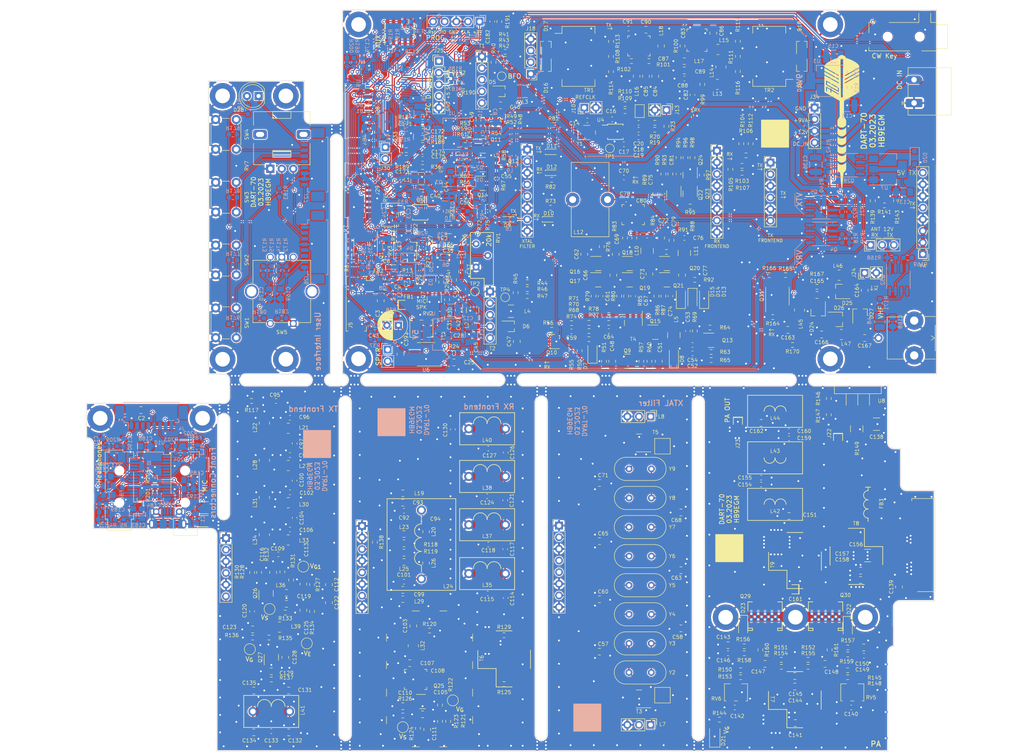
<source format=kicad_pcb>
(kicad_pcb (version 20211014) (generator pcbnew)

  (general
    (thickness 1.6)
  )

  (paper "A4")
  (title_block
    (title "DART-70 TRX")
    (date "2023-03-09")
    (rev "0")
    (company "HB9EGM")
  )

  (layers
    (0 "F.Cu" signal)
    (31 "B.Cu" signal)
    (32 "B.Adhes" user "B.Adhesive")
    (33 "F.Adhes" user "F.Adhesive")
    (34 "B.Paste" user)
    (35 "F.Paste" user)
    (36 "B.SilkS" user "B.Silkscreen")
    (37 "F.SilkS" user "F.Silkscreen")
    (38 "B.Mask" user)
    (39 "F.Mask" user)
    (40 "Dwgs.User" user "User.Drawings")
    (41 "Cmts.User" user "User.Comments")
    (42 "Eco1.User" user "User.Eco1")
    (43 "Eco2.User" user "User.Eco2")
    (44 "Edge.Cuts" user)
    (45 "Margin" user "Edge.Cuts.Setback")
    (46 "B.CrtYd" user "B.Courtyard")
    (47 "F.CrtYd" user "F.Courtyard")
    (48 "B.Fab" user)
    (49 "F.Fab" user)
    (50 "User.1" user "Milling")
    (51 "User.2" user)
    (52 "User.3" user)
    (53 "User.4" user)
    (54 "User.5" user)
    (55 "User.6" user)
    (56 "User.7" user)
    (57 "User.8" user)
    (58 "User.9" user)
  )

  (setup
    (stackup
      (layer "F.SilkS" (type "Top Silk Screen"))
      (layer "F.Paste" (type "Top Solder Paste"))
      (layer "F.Mask" (type "Top Solder Mask") (thickness 0.01))
      (layer "F.Cu" (type "copper") (thickness 0.035))
      (layer "dielectric 1" (type "core") (thickness 1.51) (material "FR4") (epsilon_r 4.5) (loss_tangent 0.02))
      (layer "B.Cu" (type "copper") (thickness 0.035))
      (layer "B.Mask" (type "Bottom Solder Mask") (thickness 0.01))
      (layer "B.Paste" (type "Bottom Solder Paste"))
      (layer "B.SilkS" (type "Bottom Silk Screen"))
      (copper_finish "None")
      (dielectric_constraints no)
    )
    (pad_to_mask_clearance 0)
    (pcbplotparams
      (layerselection 0x0000130_ffffffff)
      (disableapertmacros false)
      (usegerberextensions false)
      (usegerberattributes true)
      (usegerberadvancedattributes true)
      (creategerberjobfile true)
      (svguseinch false)
      (svgprecision 6)
      (excludeedgelayer true)
      (plotframeref false)
      (viasonmask false)
      (mode 1)
      (useauxorigin false)
      (hpglpennumber 1)
      (hpglpenspeed 20)
      (hpglpendiameter 15.000000)
      (dxfpolygonmode true)
      (dxfimperialunits true)
      (dxfusepcbnewfont true)
      (psnegative false)
      (psa4output false)
      (plotreference true)
      (plotvalue true)
      (plotinvisibletext false)
      (sketchpadsonfab false)
      (subtractmaskfromsilk false)
      (outputformat 5)
      (mirror false)
      (drillshape 0)
      (scaleselection 1)
      (outputdirectory "out")
    )
  )

  (net 0 "")
  (net 1 "+12V")
  (net 2 "GND")
  (net 3 "Net-(C1-Pad1)")
  (net 4 "Net-(C3-Pad1)")
  (net 5 "+9VA")
  (net 6 "/MIC")
  (net 7 "Net-(C6-Pad2)")
  (net 8 "+5VA")
  (net 9 "Net-(C1-Pad2)")
  (net 10 "Net-(C2-Pad2)")
  (net 11 "Net-(C4-Pad1)")
  (net 12 "Net-(C14-Pad1)")
  (net 13 "Net-(C14-Pad2)")
  (net 14 "Net-(C15-Pad1)")
  (net 15 "/BFO")
  (net 16 "Net-(C5-Pad1)")
  (net 17 "Net-(C5-Pad2)")
  (net 18 "Net-(C9-Pad2)")
  (net 19 "/Antenna Switch/TX")
  (net 20 "Net-(C18-Pad1)")
  (net 21 "Net-(C18-Pad2)")
  (net 22 "Net-(C19-Pad1)")
  (net 23 "Net-(C21-Pad1)")
  (net 24 "Net-(C20-Pad1)")
  (net 25 "Net-(C20-Pad2)")
  (net 26 "Net-(C22-Pad1)")
  (net 27 "Net-(C23-Pad1)")
  (net 28 "Net-(C23-Pad2)")
  (net 29 "Net-(C25-Pad1)")
  (net 30 "Net-(C21-Pad2)")
  (net 31 "Net-(C26-Pad1)")
  (net 32 "Net-(C22-Pad2)")
  (net 33 "Net-(C26-Pad2)")
  (net 34 "Net-(C28-Pad1)")
  (net 35 "+VRX")
  (net 36 "Net-(C31-Pad1)")
  (net 37 "Net-(C33-Pad1)")
  (net 38 "/Baseband/VAGC")
  (net 39 "Net-(C28-Pad2)")
  (net 40 "Net-(C39-Pad1)")
  (net 41 "Net-(C29-Pad1)")
  (net 42 "Net-(C40-Pad2)")
  (net 43 "Net-(C41-Pad2)")
  (net 44 "Net-(C34-Pad1)")
  (net 45 "/Baseband/SPKR_OUT")
  (net 46 "Net-(C35-Pad1)")
  (net 47 "Net-(C44-Pad2)")
  (net 48 "Net-(C40-Pad1)")
  (net 49 "Net-(C45-Pad2)")
  (net 50 "Net-(C46-Pad1)")
  (net 51 "Net-(C46-Pad2)")
  (net 52 "Net-(C47-Pad1)")
  (net 53 "Net-(C47-Pad2)")
  (net 54 "Net-(C48-Pad1)")
  (net 55 "Net-(C48-Pad2)")
  (net 56 "Net-(C49-Pad1)")
  (net 57 "Net-(C49-Pad2)")
  (net 58 "Net-(C50-Pad1)")
  (net 59 "Net-(C42-Pad2)")
  (net 60 "Net-(C43-Pad1)")
  (net 61 "Net-(C53-Pad1)")
  (net 62 "Net-(C50-Pad2)")
  (net 63 "Net-(C54-Pad2)")
  (net 64 "Net-(C51-Pad1)")
  (net 65 "Net-(C55-Pad2)")
  (net 66 "Net-(C56-Pad2)")
  (net 67 "Net-(C57-Pad2)")
  (net 68 "Net-(C52-Pad2)")
  (net 69 "Net-(C54-Pad1)")
  (net 70 "Net-(C60-Pad2)")
  (net 71 "Net-(C56-Pad1)")
  (net 72 "Net-(C58-Pad2)")
  (net 73 "Net-(C63-Pad2)")
  (net 74 "Net-(C64-Pad2)")
  (net 75 "Net-(C59-Pad1)")
  (net 76 "Net-(C65-Pad2)")
  (net 77 "Net-(C66-Pad2)")
  (net 78 "Net-(C67-Pad2)")
  (net 79 "Net-(C61-Pad2)")
  (net 80 "Net-(C69-Pad1)")
  (net 81 "Net-(C62-Pad1)")
  (net 82 "Net-(C70-Pad2)")
  (net 83 "Net-(C71-Pad2)")
  (net 84 "Net-(C66-Pad1)")
  (net 85 "Net-(C72-Pad2)")
  (net 86 "Net-(C73-Pad2)")
  (net 87 "Net-(C74-Pad2)")
  (net 88 "Net-(C75-Pad2)")
  (net 89 "Net-(C68-Pad2)")
  (net 90 "Net-(C76-Pad2)")
  (net 91 "Net-(C70-Pad1)")
  (net 92 "Net-(C73-Pad1)")
  (net 93 "Net-(C77-Pad1)")
  (net 94 "Net-(C81-Pad1)")
  (net 95 "Net-(C81-Pad2)")
  (net 96 "Net-(C82-Pad1)")
  (net 97 "Net-(C82-Pad2)")
  (net 98 "Net-(C83-Pad2)")
  (net 99 "Net-(C77-Pad2)")
  (net 100 "Net-(C79-Pad1)")
  (net 101 "Net-(C87-Pad2)")
  (net 102 "Net-(C83-Pad1)")
  (net 103 "/70MHz VHF Frontend/VHF_RX")
  (net 104 "/70MHz VHF Frontend/TX_FROM_MIX")
  (net 105 "Net-(C84-Pad2)")
  (net 106 "Net-(C87-Pad1)")
  (net 107 "Net-(C88-Pad2)")
  (net 108 "Net-(C101-Pad2)")
  (net 109 "Net-(C91-Pad2)")
  (net 110 "Net-(C94-Pad1)")
  (net 111 "Net-(C95-Pad2)")
  (net 112 "Net-(C109-Pad2)")
  (net 113 "/70MHz VHF Frontend/+VTX_FE")
  (net 114 "Net-(C111-Pad2)")
  (net 115 "Net-(C103-Pad2)")
  (net 116 "Net-(C104-Pad1)")
  (net 117 "Net-(C114-Pad2)")
  (net 118 "Net-(C105-Pad2)")
  (net 119 "Net-(C110-Pad1)")
  (net 120 "Net-(C120-Pad1)")
  (net 121 "Net-(C120-Pad2)")
  (net 122 "Net-(C121-Pad1)")
  (net 123 "Net-(C125-Pad2)")
  (net 124 "Net-(C126-Pad1)")
  (net 125 "Net-(C128-Pad1)")
  (net 126 "Net-(C128-Pad2)")
  (net 127 "Net-(C129-Pad1)")
  (net 128 "/70MHz VHF Frontend/RX_TO_MIX")
  (net 129 "/70MHz VHF Frontend/VHF_TX")
  (net 130 "Net-(C113-Pad2)")
  (net 131 "VGG1")
  (net 132 "Net-(C114-Pad1)")
  (net 133 "Net-(C116-Pad2)")
  (net 134 "Net-(C117-Pad2)")
  (net 135 "Net-(C119-Pad2)")
  (net 136 "Net-(C144-Pad1)")
  (net 137 "Net-(C144-Pad2)")
  (net 138 "VGG2")
  (net 139 "+3V3")
  (net 140 "/PA 70MHz/VG_5V")
  (net 141 "Net-(C138-Pad1)")
  (net 142 "Net-(C139-Pad1)")
  (net 143 "Net-(C159-Pad2)")
  (net 144 "/Control on separate board/ENC_B")
  (net 145 "/Control on separate board/ENC_A")
  (net 146 "/Control on separate board/3.3V_UI")
  (net 147 "Net-(C139-Pad2)")
  (net 148 "Net-(C171-Pad1)")
  (net 149 "Net-(C172-Pad1)")
  (net 150 "Net-(C147-Pad1)")
  (net 151 "Net-(C148-Pad1)")
  (net 152 "Net-(C151-Pad2)")
  (net 153 "Net-(C165-Pad1)")
  (net 154 "Net-(C154-Pad2)")
  (net 155 "Net-(D5-Pad1)")
  (net 156 "Net-(D5-Pad2)")
  (net 157 "Net-(D6-Pad1)")
  (net 158 "Net-(D6-Pad2)")
  (net 159 "Net-(D7-Pad2)")
  (net 160 "Net-(D8-Pad2)")
  (net 161 "Net-(C153-Pad2)")
  (net 162 "Net-(D10-Pad1)")
  (net 163 "Net-(D9-Pad2)")
  (net 164 "Net-(D11-Pad1)")
  (net 165 "Net-(D10-Pad2)")
  (net 166 "Net-(D13-Pad2)")
  (net 167 "Net-(D14-Pad2)")
  (net 168 "Net-(D15-Pad2)")
  (net 169 "Net-(D16-Pad1)")
  (net 170 "Net-(D16-Pad2)")
  (net 171 "Net-(D16-Pad3)")
  (net 172 "Net-(D17-Pad3)")
  (net 173 "Net-(D18-Pad1)")
  (net 174 "Net-(D18-Pad2)")
  (net 175 "Net-(D18-Pad3)")
  (net 176 "Net-(D19-Pad3)")
  (net 177 "Net-(C152-Pad2)")
  (net 178 "Net-(D21-Pad2)")
  (net 179 "/Control on separate board/STATUSn")
  (net 180 "Net-(D23-Pad2)")
  (net 181 "Net-(FB1-Pad2)")
  (net 182 "Net-(C164-Pad1)")
  (net 183 "Net-(C30-Pad2)")
  (net 184 "Net-(C166-Pad1)")
  (net 185 "Net-(C167-Pad2)")
  (net 186 "Net-(C168-Pad2)")
  (net 187 "Net-(C169-Pad2)")
  (net 188 "Net-(C170-Pad1)")
  (net 189 "/CW_RING")
  (net 190 "/CW_TIP")
  (net 191 "Net-(C173-Pad1)")
  (net 192 "Net-(C30-Pad1)")
  (net 193 "Net-(C174-Pad1)")
  (net 194 "/Baseband/SPKR_DET")
  (net 195 "Net-(C180-Pad2)")
  (net 196 "Net-(C188-Pad2)")
  (net 197 "Net-(C189-Pad2)")
  (net 198 "Net-(D20-Pad1)")
  (net 199 "unconnected-(D26-Pad2)")
  (net 200 "/Baseband/GPIO_XTAL")
  (net 201 "/EN_VRX")
  (net 202 "/EN_VTX")
  (net 203 "Net-(D28-Pad1)")
  (net 204 "/Baseband/CW_KEYn")
  (net 205 "/Baseband/CW_TONE")
  (net 206 "/MIC_PTT")
  (net 207 "/Baseband/SPKR_VOL")
  (net 208 "/MUTE_MICn")
  (net 209 "/SDA")
  (net 210 "/SCL")
  (net 211 "/S_METER")
  (net 212 "/Baseband/VHF_IN")
  (net 213 "/Baseband/VHF_OUT")
  (net 214 "/CLK1")
  (net 215 "unconnected-(D27-Pad2)")
  (net 216 "+VTX")
  (net 217 "Net-(D28-Pad2)")
  (net 218 "unconnected-(J2-PadNC)")
  (net 219 "unconnected-(J2-PadR1)")
  (net 220 "Net-(J2-PadT)")
  (net 221 "/Control on separate board/DISP_LAT")
  (net 222 "/Control on separate board/I2C2_SDA")
  (net 223 "/Control on separate board/I2C2_SCL")
  (net 224 "/Control on separate board/PC14")
  (net 225 "/Control on separate board/PC13")
  (net 226 "unconnected-(J2-PadTN)")
  (net 227 "/Control on separate board/USART1_TX")
  (net 228 "/Control on separate board/USART1_RX")
  (net 229 "/Control on separate board/PB15")
  (net 230 "/Control on separate board/SWCLK")
  (net 231 "/Control on separate board/SWDIO")
  (net 232 "/Control on separate board/RESETn")
  (net 233 "/LO1")
  (net 234 "Net-(L14-Pad1)")
  (net 235 "Net-(J3-PadR)")
  (net 236 "Net-(J3-PadTN)")
  (net 237 "Net-(L21-Pad2)")
  (net 238 "Net-(L23-Pad2)")
  (net 239 "Net-(L25-Pad2)")
  (net 240 "Net-(Q1-Pad2)")
  (net 241 "Net-(J5-Pad4)")
  (net 242 "unconnected-(J8-PadTN)")
  (net 243 "Net-(J15-Pad2)")
  (net 244 "Net-(J17-Pad2)")
  (net 245 "unconnected-(J17-Pad4)")
  (net 246 "unconnected-(J17-Pad5)")
  (net 247 "Net-(J17-Pad7)")
  (net 248 "Net-(J20-Pad5)")
  (net 249 "Net-(Q13-Pad1)")
  (net 250 "Net-(J22-Pad1)")
  (net 251 "Net-(J26-Pad2)")
  (net 252 "Net-(Q16-Pad2)")
  (net 253 "Net-(Q18-Pad2)")
  (net 254 "Net-(J26-Pad3)")
  (net 255 "Net-(J26-Pad5)")
  (net 256 "Net-(Q23-Pad1)")
  (net 257 "Net-(J27-Pad2)")
  (net 258 "/70MHz VHF Frontend/+VRX_FE")
  (net 259 "Net-(J27-Pad3)")
  (net 260 "Net-(J27-Pad4)")
  (net 261 "Net-(J27-Pad5)")
  (net 262 "Net-(J33-Pad1)")
  (net 263 "Net-(J33-Pad4)")
  (net 264 "Net-(R31-Pad2)")
  (net 265 "Net-(L13-Pad1)")
  (net 266 "Net-(L18-Pad1)")
  (net 267 "Net-(L20-Pad2)")
  (net 268 "Net-(L30-Pad2)")
  (net 269 "Net-(L33-Pad2)")
  (net 270 "Net-(Q2-Pad1)")
  (net 271 "Net-(Q3-Pad1)")
  (net 272 "Net-(Q4-Pad4)")
  (net 273 "Net-(Q5-Pad4)")
  (net 274 "Net-(Q8-Pad1)")
  (net 275 "Net-(Q9-Pad1)")
  (net 276 "Net-(Q12-Pad2)")
  (net 277 "Net-(Q13-Pad3)")
  (net 278 "/Control on separate board/BTN0")
  (net 279 "/Control on separate board/BTN1")
  (net 280 "/Control on separate board/BTN2")
  (net 281 "/Control on separate board/BTN3")
  (net 282 "Net-(Q15-Pad1)")
  (net 283 "/Control on separate board/ENC_BTN")
  (net 284 "/Control on separate board/XTAL1")
  (net 285 "/Control on separate board/XTAL2")
  (net 286 "/Control on separate board/PWM_CW")
  (net 287 "/Control on separate board/MUTE_SPKR")
  (net 288 "Net-(Q16-Pad3)")
  (net 289 "/Control on separate board/BOOT0")
  (net 290 "/Control on separate board/BOOT1")
  (net 291 "unconnected-(T3-Pad2)")
  (net 292 "unconnected-(T5-Pad2)")
  (net 293 "unconnected-(TR1-Pad10)")
  (net 294 "unconnected-(TR1-Pad15)")
  (net 295 "unconnected-(TR2-Pad10)")
  (net 296 "unconnected-(TR2-Pad15)")
  (net 297 "Net-(U4-Pad3)")
  (net 298 "Net-(Q20-Pad2)")
  (net 299 "Net-(D22-Pad2)")
  (net 300 "unconnected-(T4-Pad2)")
  (net 301 "/Antenna Switch/RX")
  (net 302 "Net-(Q22-Pad1)")
  (net 303 "Net-(Q25-Pad1)")
  (net 304 "Net-(L27-Pad2)")
  (net 305 "Net-(Q26-Pad4)")
  (net 306 "Net-(Q28-Pad4)")
  (net 307 "Net-(Q30-Pad1)")
  (net 308 "Net-(Q31-Pad5)")
  (net 309 "/Antenna Switch/ANT")
  (net 310 "/Antenna Switch/V_{PIN}")
  (net 311 "Net-(Q31-Pad7)")
  (net 312 "Net-(Q32-Pad4)")
  (net 313 "/TX_to_PA")
  (net 314 "/Baseband/AGC_to_METER")
  (net 315 "Net-(Q32-Pad5)")
  (net 316 "/PA 70MHz/V_{DD}")
  (net 317 "Net-(R32-Pad2)")
  (net 318 "Net-(C137-Pad1)")
  (net 319 "Net-(R37-Pad2)")
  (net 320 "Net-(FB3-Pad1)")
  (net 321 "Net-(R40-Pad1)")
  (net 322 "Net-(C162-Pad2)")
  (net 323 "Net-(R40-Pad2)")
  (net 324 "Net-(R44-Pad1)")
  (net 325 "Net-(Q1-Pad4)")
  (net 326 "Net-(C148-Pad2)")
  (net 327 "Net-(R45-Pad1)")
  (net 328 "Net-(Q29-Pad1)")
  (net 329 "Net-(C147-Pad2)")
  (net 330 "Net-(C163-Pad1)")
  (net 331 "Net-(R103-Pad1)")
  (net 332 "Net-(R110-Pad1)")
  (net 333 "Net-(R111-Pad1)")
  (net 334 "Net-(R121-Pad2)")
  (net 335 "/VOX_PTTn")
  (net 336 "Net-(D11-Pad2)")
  (net 337 "/EN_PA")
  (net 338 "Net-(JP2-Pad2)")
  (net 339 "Net-(R146-Pad1)")
  (net 340 "Net-(R148-Pad1)")
  (net 341 "Net-(R153-Pad1)")
  (net 342 "Net-(R172-Pad1)")
  (net 343 "unconnected-(D24-Pad2)")
  (net 344 "unconnected-(D25-Pad2)")
  (net 345 "Net-(R173-Pad2)")
  (net 346 "Net-(R183-Pad2)")
  (net 347 "/USB Audio/AF_OUT_L")
  (net 348 "/USB Audio/AF_IN")
  (net 349 "Net-(C183-Pad2)")
  (net 350 "Net-(C184-Pad2)")
  (net 351 "/USB Audio/VCC")
  (net 352 "/USB Audio/VDD")
  (net 353 "Net-(R194-Pad2)")
  (net 354 "/USB Audio/AF_OUT_R")
  (net 355 "Net-(R195-Pad2)")
  (net 356 "/USB Audio/XTI")
  (net 357 "/USB Audio/XTO")
  (net 358 "unconnected-(U10-Pad5)")
  (net 359 "/USB Audio/USB_DM")
  (net 360 "/USB Audio/USB_DP")
  (net 361 "unconnected-(U10-Pad6)")
  (net 362 "unconnected-(U10-Pad7)")
  (net 363 "unconnected-(U9-Pad1)")
  (net 364 "Net-(R203-Pad2)")
  (net 365 "Net-(R204-Pad2)")
  (net 366 "unconnected-(U10-Pad24)")
  (net 367 "/Control on separate board/USB_DM")
  (net 368 "/Control on separate board/USB_DP")
  (net 369 "unconnected-(U10-Pad25)")
  (net 370 "unconnected-(U10-Pad28)")
  (net 371 "Net-(C100-Pad2)")
  (net 372 "Net-(C100-Pad1)")
  (net 373 "Net-(C107-Pad1)")
  (net 374 "Net-(Q11-Pad3)")
  (net 375 "Net-(R108-Pad1)")
  (net 376 "Net-(R108-Pad2)")
  (net 377 "Net-(R180-Pad1)")
  (net 378 "/DC_IN")
  (net 379 "Net-(U10-Pad14)")

  (footprint "Capacitor_SMD:C_0603_1608Metric_Pad1.08x0.95mm_HandSolder" (layer "F.Cu") (at 97.536 47.498 180))

  (footprint "Resistor_SMD:R_0603_1608Metric_Pad0.98x0.95mm_HandSolder" (layer "F.Cu") (at 60.325 137.795 -90))

  (footprint "Crystal:Crystal_HC49-U_Vertical" (layer "F.Cu") (at 142.595 140.589))

  (footprint "Resistor_SMD:R_0603_1608Metric_Pad0.98x0.95mm_HandSolder" (layer "F.Cu") (at 190.343 159.156 180))

  (footprint "Resistor_SMD:R_0603_1608Metric_Pad0.98x0.95mm_HandSolder" (layer "F.Cu") (at 156.972 73.914))

  (footprint "Package_SO:MSOP-10_3x3mm_P0.5mm" (layer "F.Cu") (at 97.028 59.182))

  (footprint "mpb:four_4mm_pads_narrow" (layer "F.Cu") (at 178.913 165.76 90))

  (footprint "Potentiometer_SMD:Potentiometer_Bourns_3214W_Vertical" (layer "F.Cu") (at 90.424 59.69 -90))

  (footprint "Potentiometer_SMD:Potentiometer_Bourns_3214W_Vertical" (layer "F.Cu") (at 93.726 67.564 180))

  (footprint "Resistor_SMD:R_0603_1608Metric_Pad0.98x0.95mm_HandSolder" (layer "F.Cu") (at 73.406 146.304 90))

  (footprint "Capacitor_SMD:C_0603_1608Metric_Pad1.08x0.95mm_HandSolder" (layer "F.Cu") (at 111.76 142.367))

  (footprint "Resistor_SMD:R_0603_1608Metric_Pad0.98x0.95mm_HandSolder" (layer "F.Cu") (at 126.1345 40.132))

  (footprint "Capacitor_SMD:C_0603_1608Metric_Pad1.08x0.95mm_HandSolder" (layer "F.Cu") (at 109.728 39.116 90))

  (footprint "Resistor_SMD:R_0603_1608Metric_Pad0.98x0.95mm_HandSolder" (layer "F.Cu") (at 64.008 152.019 180))

  (footprint "Capacitor_SMD:C_0805_2012Metric_Pad1.18x1.45mm_HandSolder" (layer "F.Cu") (at 178.786 162.712 180))

  (footprint "Capacitor_SMD:C_0805_2012Metric_Pad1.18x1.45mm_HandSolder" (layer "F.Cu") (at 178.8075 160.426 180))

  (footprint "Diode_SMD:D_SOD-123F" (layer "F.Cu") (at 153.924 77.978 90))

  (footprint "Resistor_SMD:R_0603_1608Metric_Pad0.98x0.95mm_HandSolder" (layer "F.Cu") (at 115.57 27.173 180))

  (footprint "mpb:PLD-1.5W" (layer "F.Cu") (at 185.517 147.472 180))

  (footprint "Capacitor_SMD:C_0805_2012Metric_Pad1.18x1.45mm_HandSolder" (layer "F.Cu") (at 201.549 140.97 90))

  (footprint "Capacitor_SMD:C_0805_2012Metric_Pad1.18x1.45mm_HandSolder" (layer "F.Cu") (at 60.6845 172.72))

  (footprint "Inductor_SMD:L_1008_2520Metric_Pad1.43x2.20mm_HandSolder" (layer "F.Cu") (at 62.992 105.1825 90))

  (footprint "Package_TO_SOT_SMD:SOT-23" (layer "F.Cu") (at 125.73 87.376 180))

  (footprint "MountingHole:MountingHole_3.2mm_M3_DIN965_Pad" (layer "F.Cu") (at 53.87525 91.252 90))

  (footprint "Resistor_SMD:R_0603_1608Metric_Pad0.98x0.95mm_HandSolder" (layer "F.Cu") (at 113.7135 46.736 90))

  (footprint "TestPoint:TestPoint_Pad_3.0x3.0mm" (layer "F.Cu") (at 149.91 164.597))

  (footprint "Capacitor_SMD:C_0805_2012Metric_Pad1.18x1.45mm_HandSolder" (layer "F.Cu") (at 94.742 157.607 180))

  (footprint "Inductor_SMD:L_1008_2520Metric_Pad1.43x2.20mm_HandSolder" (layer "F.Cu") (at 162.013 23.622))

  (footprint "Connector_PinHeader_1.27mm:PinHeader_2x05_P1.27mm_Vertical_SMD" (layer "F.Cu") (at 92.456 19.558 90))

  (footprint "Capacitor_SMD:C_0805_2012Metric_Pad1.18x1.45mm_HandSolder" (layer "F.Cu") (at 177.546 125.476))

  (footprint "Capacitor_SMD:C_0603_1608Metric_Pad1.08x0.95mm_HandSolder" (layer "F.Cu") (at 107.8715 46.228 90))

  (footprint "Connector_Phoenix_MC_HighVoltage:PhoenixContact_MC_1,5_2-G-5.08_1x02_P5.08mm_Horizontal" (layer "F.Cu") (at 204.8395 35.306 90))

  (footprint "Inductor_SMD:L_1008_2520Metric_Pad1.43x2.20mm_HandSolder" (layer "F.Cu") (at 62.992 129.5665 90))

  (footprint "Connector_PinHeader_2.54mm:PinHeader_1x03_P2.54mm_Vertical" (layer "F.Cu") (at 195.341 66.294 90))

  (footprint "Capacitor_SMD:C_0805_2012Metric_Pad1.18x1.45mm_HandSolder" (layer "F.Cu") (at 149.098 91.694 -90))

  (footprint "Capacitor_SMD:C_0603_1608Metric_Pad1.08x0.95mm_HandSolder" (layer "F.Cu") (at 156.464 33.528 90))

  (footprint "Resistor_SMD:R_0603_1608Metric_Pad0.98x0.95mm_HandSolder" (layer "F.Cu") (at 106.8555 43.434))

  (footprint "Inductor_SMD:L_0805_2012Metric_Pad1.15x1.40mm_HandSolder" (layer "F.Cu") (at 93.472 129.413 180))

  (footprint "TestPoint:TestPoint_Pad_D2.0mm" (layer "F.Cu") (at 72.263 153.289 -90))

  (footprint "Resistor_SMD:R_0603_1608Metric_Pad0.98x0.95mm_HandSolder" (layer "F.Cu") (at 190.373 154.178))

  (footprint "Package_TO_SOT_SMD:SOT-323_SC-70_Handsoldering" (layer "F.Cu") (at 124.46 22.5845 90))

  (footprint "Resistor_SMD:R_0603_1608Metric_Pad0.98x0.95mm_HandSolder" (layer "F.Cu") (at 186.22 99.822 90))

  (footprint "Resistor_SMD:R_0603_1608Metric_Pad0.98x0.95mm_HandSolder" (layer "F.Cu") (at 141.732 64.77 -90))

  (footprint "Capacitor_SMD:C_0603_1608Metric_Pad1.08x0.95mm_HandSolder" (layer "F.Cu") (at 143.51 77.47 90))

  (footprint "Potentiometer_SMD:Potentiometer_Bourns_3214W_Vertical" (layer "F.Cu") (at 165.959 163.982 180))

  (footprint "Capacitor_SMD:C_0805_2012Metric_Pad1.18x1.45mm_HandSolder" (layer "F.Cu") (at 77.089 140.462 90))

  (footprint "Capacitor_SMD:C_0805_2012Metric_Pad1.18x1.45mm_HandSolder" (layer "F.Cu") (at 153.935 124.714 180))

  (footprint "Capacitor_SMD:C_0805_2012Metric_Pad1.18x1.45mm_HandSolder" (layer "F.Cu") (at 146.304 29.464 -90))

  (footprint "Crystal:Crystal_HC49-U_Vertical" (layer "F.Cu") (at 147.495 115.189 180))

  (footprint "Jumper:SolderJumper-2_P1.3mm_Open_TrianglePad1.0x1.5mm" (layer "F.Cu") (at 144.9335 37.084 90))

  (footprint "Capacitor_SMD:C_0805_2012Metric_Pad1.18x1.45mm_HandSolder" (layer "F.Cu") (at 67.818 144.653 180))

  (footprint "Resistor_SMD:R_0603_1608Metric_Pad0.98x0.95mm_HandSolder" (layer "F.Cu") (at 156.464 47.244 -90))

  (footprint "Resistor_SMD:R_0603_1608Metric_Pad0.98x0.95mm_HandSolder" (layer "F.Cu") (at 64.516 161.163 180))

  (footprint "Resistor_SMD:R_0603_1608Metric_Pad0.98x0.95mm_HandSolder" (layer "F.Cu") (at 67.564 146.558))

  (footprint "Capacitor_SMD:C_0805_2012Metric_Pad1.18x1.45mm_HandSolder" (layer "F.Cu")
    (tedit 5F68FEEF) (tstamp 1bafce3e-a05c-40ee-9ab1-dbf1bce75a0d)
    (at 77.089 144.399 -90)
    (descr "Capacitor SMD 0805 (2012 Metric), square (rectangular) end terminal, IPC_7351 nominal with elongated pad for handsoldering. (Body size source: IPC-SM-782 page 76, https://www.pcb-3d.com/wordpress/wp-content/uploads/ipc-sm-782a_amendment_1_and_2.pdf, https://docs.google.com/spreadsheets/d/1BsfQQcO9C6DZCsRaXUlFlo91Tg2WpOkGARC1WS5S8t0/edit?usp=sharing), generated with kicad-footprint-generator")
    (tags "capacitor handsolder")
    (property "MPN" "VJ0805
... [7173345 chars truncated]
</source>
